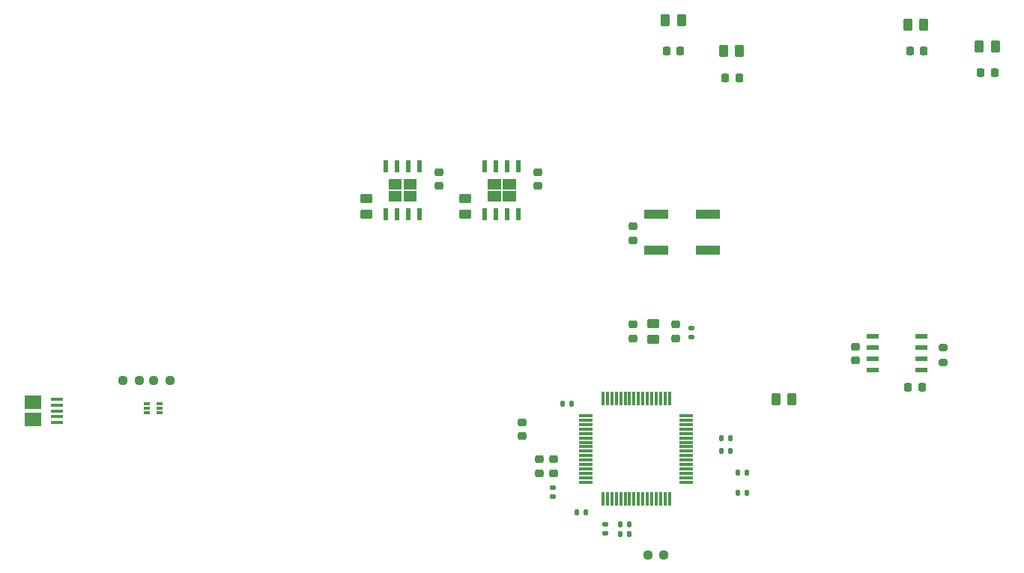
<source format=gtp>
G04 #@! TF.GenerationSoftware,KiCad,Pcbnew,7.0.8-7.0.8~ubuntu22.04.1*
G04 #@! TF.CreationDate,2024-01-26T16:09:11+01:00*
G04 #@! TF.ProjectId,torso,746f7273-6f2e-46b6-9963-61645f706362,1.1*
G04 #@! TF.SameCoordinates,Original*
G04 #@! TF.FileFunction,Paste,Top*
G04 #@! TF.FilePolarity,Positive*
%FSLAX46Y46*%
G04 Gerber Fmt 4.6, Leading zero omitted, Abs format (unit mm)*
G04 Created by KiCad (PCBNEW 7.0.8-7.0.8~ubuntu22.04.1) date 2024-01-26 16:09:11*
%MOMM*%
%LPD*%
G01*
G04 APERTURE LIST*
G04 Aperture macros list*
%AMRoundRect*
0 Rectangle with rounded corners*
0 $1 Rounding radius*
0 $2 $3 $4 $5 $6 $7 $8 $9 X,Y pos of 4 corners*
0 Add a 4 corners polygon primitive as box body*
4,1,4,$2,$3,$4,$5,$6,$7,$8,$9,$2,$3,0*
0 Add four circle primitives for the rounded corners*
1,1,$1+$1,$2,$3*
1,1,$1+$1,$4,$5*
1,1,$1+$1,$6,$7*
1,1,$1+$1,$8,$9*
0 Add four rect primitives between the rounded corners*
20,1,$1+$1,$2,$3,$4,$5,0*
20,1,$1+$1,$4,$5,$6,$7,0*
20,1,$1+$1,$6,$7,$8,$9,0*
20,1,$1+$1,$8,$9,$2,$3,0*%
G04 Aperture macros list end*
%ADD10RoundRect,0.225000X0.250000X-0.225000X0.250000X0.225000X-0.250000X0.225000X-0.250000X-0.225000X0*%
%ADD11RoundRect,0.250000X-0.262500X-0.450000X0.262500X-0.450000X0.262500X0.450000X-0.262500X0.450000X0*%
%ADD12RoundRect,0.135000X0.135000X0.185000X-0.135000X0.185000X-0.135000X-0.185000X0.135000X-0.185000X0*%
%ADD13R,1.454899X0.532600*%
%ADD14RoundRect,0.135000X-0.135000X-0.185000X0.135000X-0.185000X0.135000X0.185000X-0.135000X0.185000X0*%
%ADD15RoundRect,0.237500X0.250000X0.237500X-0.250000X0.237500X-0.250000X-0.237500X0.250000X-0.237500X0*%
%ADD16RoundRect,0.200000X0.275000X-0.200000X0.275000X0.200000X-0.275000X0.200000X-0.275000X-0.200000X0*%
%ADD17RoundRect,0.250000X0.450000X-0.262500X0.450000X0.262500X-0.450000X0.262500X-0.450000X-0.262500X0*%
%ADD18RoundRect,0.135000X-0.185000X0.135000X-0.185000X-0.135000X0.185000X-0.135000X0.185000X0.135000X0*%
%ADD19RoundRect,0.218750X-0.256250X0.218750X-0.256250X-0.218750X0.256250X-0.218750X0.256250X0.218750X0*%
%ADD20R,2.800000X1.000000*%
%ADD21R,0.685800X0.330200*%
%ADD22R,0.558800X1.460500*%
%ADD23RoundRect,0.218750X-0.218750X-0.256250X0.218750X-0.256250X0.218750X0.256250X-0.218750X0.256250X0*%
%ADD24R,1.350000X0.400000*%
%ADD25R,1.900000X1.500000*%
%ADD26RoundRect,0.075000X-0.075000X0.700000X-0.075000X-0.700000X0.075000X-0.700000X0.075000X0.700000X0*%
%ADD27RoundRect,0.075000X-0.700000X0.075000X-0.700000X-0.075000X0.700000X-0.075000X0.700000X0.075000X0*%
%ADD28RoundRect,0.225000X-0.225000X-0.250000X0.225000X-0.250000X0.225000X0.250000X-0.225000X0.250000X0*%
%ADD29RoundRect,0.225000X0.225000X0.250000X-0.225000X0.250000X-0.225000X-0.250000X0.225000X-0.250000X0*%
%ADD30RoundRect,0.250000X0.262500X0.450000X-0.262500X0.450000X-0.262500X-0.450000X0.262500X-0.450000X0*%
%ADD31RoundRect,0.135000X0.185000X-0.135000X0.185000X0.135000X-0.185000X0.135000X-0.185000X-0.135000X0*%
G04 APERTURE END LIST*
G36*
X87495000Y-59034750D02*
G01*
X85993200Y-59034750D01*
X85993200Y-57875850D01*
X87495000Y-57875850D01*
X87495000Y-59034750D01*
G37*
G36*
X89196800Y-59034750D02*
G01*
X87695000Y-59034750D01*
X87695000Y-57875850D01*
X89196800Y-57875850D01*
X89196800Y-59034750D01*
G37*
G36*
X87495000Y-57675850D02*
G01*
X85993200Y-57675850D01*
X85993200Y-56516950D01*
X87495000Y-56516950D01*
X87495000Y-57675850D01*
G37*
G36*
X89196800Y-57675850D02*
G01*
X87695000Y-57675850D01*
X87695000Y-56516950D01*
X89196800Y-56516950D01*
X89196800Y-57675850D01*
G37*
G36*
X76305000Y-59034750D02*
G01*
X74803200Y-59034750D01*
X74803200Y-57875850D01*
X76305000Y-57875850D01*
X76305000Y-59034750D01*
G37*
G36*
X78006800Y-59034750D02*
G01*
X76505000Y-59034750D01*
X76505000Y-57875850D01*
X78006800Y-57875850D01*
X78006800Y-59034750D01*
G37*
G36*
X76305000Y-57675850D02*
G01*
X74803200Y-57675850D01*
X74803200Y-56516950D01*
X76305000Y-56516950D01*
X76305000Y-57675850D01*
G37*
G36*
X78006800Y-57675850D02*
G01*
X76505000Y-57675850D01*
X76505000Y-56516950D01*
X78006800Y-56516950D01*
X78006800Y-57675850D01*
G37*
D10*
X107300000Y-74475000D03*
X107300000Y-72925000D03*
X102400000Y-74475000D03*
X102400000Y-72925000D03*
X127600000Y-76975000D03*
X127600000Y-75425000D03*
D11*
X133500000Y-39000000D03*
X135325000Y-39000000D03*
D12*
X115310000Y-92000000D03*
X114290000Y-92000000D03*
D10*
X91824000Y-89723500D03*
X91824000Y-88173500D03*
D12*
X115310000Y-89700000D03*
X114290000Y-89700000D03*
D13*
X129557304Y-74290000D03*
X129557304Y-75560000D03*
X129557304Y-76830000D03*
X129557304Y-78100000D03*
X135000000Y-78100000D03*
X135000000Y-76830000D03*
X135000000Y-75560000D03*
X135000000Y-74290000D03*
D11*
X141587500Y-41500000D03*
X143412500Y-41500000D03*
D14*
X100990000Y-96600000D03*
X102010000Y-96600000D03*
D15*
X50112500Y-79300000D03*
X48287500Y-79300000D03*
D16*
X137500000Y-77225000D03*
X137500000Y-75575000D03*
D17*
X83500000Y-60500000D03*
X83500000Y-58675000D03*
D18*
X109000000Y-73290000D03*
X109000000Y-74310000D03*
D19*
X89923999Y-83961000D03*
X89923999Y-85536000D03*
D12*
X113410000Y-85800000D03*
X112390000Y-85800000D03*
D20*
X110900000Y-64500000D03*
X110900000Y-60500000D03*
X105100000Y-64500000D03*
X105100000Y-60500000D03*
D14*
X96080000Y-94200000D03*
X97100000Y-94200000D03*
D21*
X47488800Y-81900001D03*
X47488800Y-82400000D03*
X47488800Y-82899999D03*
X48911200Y-82899999D03*
X48911200Y-82400000D03*
X48911200Y-81900001D03*
D14*
X100990000Y-95500000D03*
X102010000Y-95500000D03*
D22*
X85690000Y-60500000D03*
X86960000Y-60500000D03*
X88230000Y-60500000D03*
X89500000Y-60500000D03*
X89500000Y-55051700D03*
X88230000Y-55051700D03*
X86960000Y-55051700D03*
X85690000Y-55051700D03*
D10*
X102400000Y-63400000D03*
X102400000Y-61850000D03*
X91700000Y-57275000D03*
X91700000Y-55725000D03*
D23*
X112887500Y-45087500D03*
X114462500Y-45087500D03*
D24*
X37300000Y-81400000D03*
X37300000Y-82050000D03*
X37300000Y-82700000D03*
X37300000Y-83350000D03*
X37300000Y-84000000D03*
D25*
X34600000Y-81700000D03*
X34600000Y-83700000D03*
D26*
X106550000Y-81325000D03*
X106050000Y-81325000D03*
X105550000Y-81325000D03*
X105050000Y-81325000D03*
X104550000Y-81325000D03*
X104050000Y-81325000D03*
X103550000Y-81325000D03*
X103050000Y-81325000D03*
X102550000Y-81325000D03*
X102050000Y-81325000D03*
X101550000Y-81325000D03*
X101050000Y-81325000D03*
X100550000Y-81325000D03*
X100050000Y-81325000D03*
X99550000Y-81325000D03*
X99050000Y-81325000D03*
D27*
X97125000Y-83250000D03*
X97125000Y-83750000D03*
X97125000Y-84250000D03*
X97125000Y-84750000D03*
X97125000Y-85250000D03*
X97125000Y-85750000D03*
X97125000Y-86250000D03*
X97125000Y-86750000D03*
X97125000Y-87250000D03*
X97125000Y-87750000D03*
X97125000Y-88250000D03*
X97125000Y-88750000D03*
X97125000Y-89250000D03*
X97125000Y-89750000D03*
X97125000Y-90250000D03*
X97125000Y-90750000D03*
D26*
X99050000Y-92675000D03*
X99550000Y-92675000D03*
X100050000Y-92675000D03*
X100550000Y-92675000D03*
X101050000Y-92675000D03*
X101550000Y-92675000D03*
X102050000Y-92675000D03*
X102550000Y-92675000D03*
X103050000Y-92675000D03*
X103550000Y-92675000D03*
X104050000Y-92675000D03*
X104550000Y-92675000D03*
X105050000Y-92675000D03*
X105550000Y-92675000D03*
X106050000Y-92675000D03*
X106550000Y-92675000D03*
D27*
X108475000Y-90750000D03*
X108475000Y-90250000D03*
X108475000Y-89750000D03*
X108475000Y-89250000D03*
X108475000Y-88750000D03*
X108475000Y-88250000D03*
X108475000Y-87750000D03*
X108475000Y-87250000D03*
X108475000Y-86750000D03*
X108475000Y-86250000D03*
X108475000Y-85750000D03*
X108475000Y-85250000D03*
X108475000Y-84750000D03*
X108475000Y-84250000D03*
X108475000Y-83750000D03*
X108475000Y-83250000D03*
D11*
X112675000Y-42000000D03*
X114500000Y-42000000D03*
D15*
X105912500Y-99000000D03*
X104087500Y-99000000D03*
D28*
X106225000Y-42000000D03*
X107775000Y-42000000D03*
D17*
X72310000Y-60475850D03*
X72310000Y-58650850D03*
D14*
X94490000Y-81900000D03*
X95510000Y-81900000D03*
D22*
X74500000Y-60500000D03*
X75770000Y-60500000D03*
X77040000Y-60500000D03*
X78310000Y-60500000D03*
X78310000Y-55051700D03*
X77040000Y-55051700D03*
X75770000Y-55051700D03*
X74500000Y-55051700D03*
D11*
X106087500Y-38500000D03*
X107912500Y-38500000D03*
D29*
X135075000Y-80000000D03*
X133525000Y-80000000D03*
D10*
X93424001Y-89723500D03*
X93424001Y-88173500D03*
D12*
X113419999Y-87200000D03*
X112399999Y-87200000D03*
D30*
X120412500Y-81400000D03*
X118587500Y-81400000D03*
D10*
X80500000Y-57275000D03*
X80500000Y-55725000D03*
D17*
X104700000Y-74612500D03*
X104700000Y-72787500D03*
D28*
X133725000Y-42000000D03*
X135275000Y-42000000D03*
D31*
X99300000Y-96510000D03*
X99300000Y-95490000D03*
X93400000Y-92419999D03*
X93400000Y-91399999D03*
D15*
X46612500Y-79300000D03*
X44787500Y-79300000D03*
D23*
X141712500Y-44500000D03*
X143287500Y-44500000D03*
M02*

</source>
